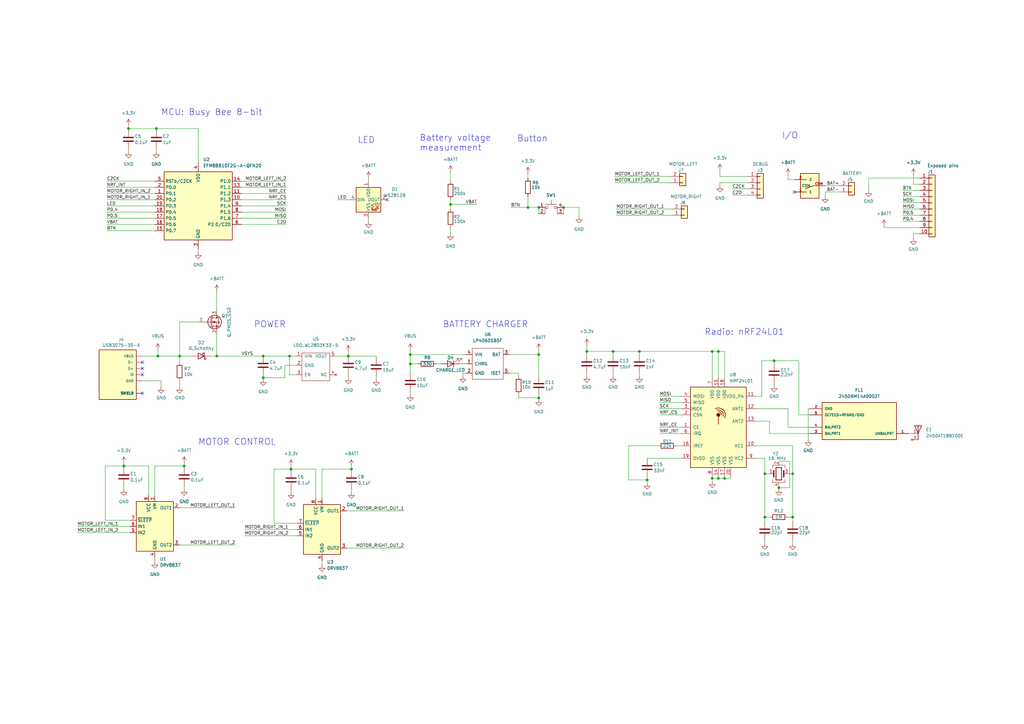
<source format=kicad_sch>
(kicad_sch (version 20211123) (generator eeschema)
  (paper "A3")
  (title_block (title "beeNRF") (date "2022-09-16") (rev "alfa") (company "Victor Krook"))
  (lib_symbols
    (symbol "Connector_Generic:Conn_01x02" (pin_names (offset 1.016) hide)
      (property "Reference" "J" (at 0 2.54 0))
      (property "Value" "Conn_01x02" (at 0 -5.08 0))
      (symbol "Conn_01x02_1_1"
        (pin passive line (at -5.08 0 0) (length 3.81) (name "Pin_1") (number "1"))
        (pin passive line (at -5.08 -2.54 0) (length 3.81) (name "Pin_2") (number "2"))
      )
    )
    (symbol "Connector_Generic:Conn_01x04" (pin_names (offset 1.016) hide)
      (property "Reference" "J" (at 0 5.08 0))
      (property "Value" "Conn_01x04" (at 0 -7.62 0))
      (symbol "Conn_01x04_1_1"
        (pin passive line (at -5.08 2.54 0) (length 3.81) (name "Pin_1") (number "1"))
        (pin passive line (at -5.08 0 0) (length 3.81) (name "Pin_2") (number "2"))
        (pin passive line (at -5.08 -2.54 0) (length 3.81) (name "Pin_3") (number "3"))
        (pin passive line (at -5.08 -5.08 0) (length 3.81) (name "Pin_4") (number "4"))
      )
    )
    (symbol "Connector_Generic:Conn_01x10" (pin_names (offset 1.016) hide)
      (property "Reference" "J" (at 0 12.7 0))
      (property "Value" "Conn_01x10" (at 0 -15.24 0))
      (symbol "Conn_01x10_1_1"
        (pin passive line (at -5.08 10.16 0) (length 3.81) (name "Pin_1") (number "1"))
        (pin passive line (at -5.08 -12.7 0) (length 3.81) (name "Pin_10") (number "10"))
        (pin passive line (at -5.08 7.62 0) (length 3.81) (name "Pin_2") (number "2"))
        (pin passive line (at -5.08 5.08 0) (length 3.81) (name "Pin_3") (number "3"))
        (pin passive line (at -5.08 2.54 0) (length 3.81) (name "Pin_4") (number "4"))
        (pin passive line (at -5.08 0 0) (length 3.81) (name "Pin_5") (number "5"))
        (pin passive line (at -5.08 -2.54 0) (length 3.81) (name "Pin_6") (number "6"))
        (pin passive line (at -5.08 -5.08 0) (length 3.81) (name "Pin_7") (number "7"))
        (pin passive line (at -5.08 -7.62 0) (length 3.81) (name "Pin_8") (number "8"))
        (pin passive line (at -5.08 -10.16 0) (length 3.81) (name "Pin_9") (number "9"))
      )
    )
    (symbol "Custom2:2450AT18B100E" (pin_names (offset 1.016) hide)
      (property "Reference" "E" (at 2.032 0.762 0))
      (property "Value" "2450AT18B100E" (at 2.159 -1.016 0))
      (symbol "2450AT18B100E_0_0"
        (pin passive line (at -2.54 0 0) (length 2.54) (name "~") (number "1"))
        (pin no_connect line (at -2.54 -2.54 0) (length 2.54) (name "~") (number "2"))
      )
    )
    (symbol "Custom2:2450BM14A0002T" (pin_names (offset 1.016))
      (property "Reference" "FL" (at -15.2654 8.6614 0))
      (property "Value" "2450BM14A0002T" (at -15.5194 -10.9728 0))
      (symbol "2450BM14A0002T_0_0"
        (pin passive line (at -20.32 5.08 0) (length 5.08) (name "UNBALPRT") (number "1"))
        (pin power_in line (at 20.32 -5.08 180) (length 5.08) (name "GND") (number "2"))
        (pin passive line (at 20.32 5.08 180) (length 5.08) (name "BALPRT1") (number "3"))
        (pin passive line (at 20.32 2.54 180) (length 5.08) (name "BALPRT2") (number "4"))
        (pin power_in line (at 20.32 -2.54 180) (length 5.08) (name "DCFEED+RFGND/GND") (number "5"))
      )
    )
    (symbol "Custom:LDO_WL2803K33-5" (pin_names (offset 1.016))
      (property "Reference" "U" (at 0 0 0))
      (property "Value" "LDO_WL2803K33-5" (at 0 2.54 0))
      (symbol "LDO_WL2803K33-5_1_1"
        (pin input line (at -8.89 -3.81 0) (length 2.54) (name "VIN") (number "1"))
        (pin bidirectional line (at -8.89 -7.62 0) (length 2.54) (name "GND") (number "2"))
        (pin bidirectional line (at -8.89 -11.43 0) (length 2.54) (name "EN") (number "3"))
        (pin no_connect line (at 7.62 -11.43 180) (length 2.54) (name "NC") (number "4"))
        (pin output line (at 7.62 -3.81 180) (length 2.54) (name "VOUT") (number "5"))
      )
    )
    (symbol "Custom:LP4060SB5F" (pin_names (offset 1.016))
      (property "Reference" "U" (at 0 0 0))
      (property "Value" "LP4060SB5F" (at 0 0 0))
      (symbol "LP4060SB5F_1_1"
        (pin input line (at -8.89 -7.62 0) (length 2.54) (name "CHRG") (number "1"))
        (pin input line (at -8.89 -11.43 0) (length 2.54) (name "GND") (number "2"))
        (pin bidirectional line (at 8.89 -3.81 180) (length 2.54) (name "BAT") (number "3"))
        (pin input line (at -8.89 -3.81 0) (length 2.54) (name "VIN") (number "4"))
        (pin bidirectional line (at 8.89 -11.43 180) (length 2.54) (name "ISET") (number "5"))
      )
    )
    (symbol "Custom:SK12D07VG4" (pin_names (offset 1.016))
      (symbol "SK12D07VG4_0_0"
        (pin bidirectional line (at -2.54 7.62 270) (length 5.08) (name "1") (number "1"))
        (pin bidirectional line (at 2.54 7.62 270) (length 5.08) (name "2") (number "2"))
        (pin bidirectional line (at 0 -5.08 90) (length 5.08) (name "COM") (number "COM"))
      )
    )
    (symbol "Device:C" (pin_numbers hide) (pin_names (offset 0.254))
      (property "Reference" "C" (at 0.635 2.54 0))
      (property "Value" "C" (at 0.635 -2.54 0))
      (symbol "C_1_1"
        (pin passive line (at 0 3.81 270) (length 2.794) (name "~") (number "1"))
        (pin passive line (at 0 -3.81 90) (length 2.794) (name "~") (number "2"))
      )
    )
    (symbol "Device:Crystal_GND24" (pin_names (offset 1.016) hide)
      (property "Reference" "Y" (at 3.175 5.08 0))
      (property "Value" "Crystal_GND24" (at 3.175 3.175 0))
      (symbol "Crystal_GND24_1_1"
        (pin passive line (at -3.81 0 0) (length 1.27) (name "1") (number "1"))
        (pin passive line (at 0 5.08 270) (length 1.27) (name "2") (number "2"))
        (pin passive line (at 3.81 0 180) (length 1.27) (name "3") (number "3"))
        (pin passive line (at 0 -5.08 90) (length 1.27) (name "4") (number "4"))
      )
    )
    (symbol "Device:D_Schottky" (pin_numbers hide) (pin_names (offset 1.016) hide)
      (property "Reference" "D" (at 0 2.54 0))
      (property "Value" "D_Schottky" (at 0 -2.54 0))
      (symbol "D_Schottky_1_1"
        (pin passive line (at -3.81 0 0) (length 2.54) (name "K") (number "1"))
        (pin passive line (at 3.81 0 180) (length 2.54) (name "A") (number "2"))
      )
    )
    (symbol "Device:LED" (pin_numbers hide) (pin_names (offset 1.016) hide)
      (property "Reference" "D" (at 0 2.54 0))
      (property "Value" "LED" (at 0 -2.54 0))
      (symbol "LED_1_1"
        (pin passive line (at -3.81 0 0) (length 2.54) (name "K") (number "1"))
        (pin passive line (at 3.81 0 180) (length 2.54) (name "A") (number "2"))
      )
    )
    (symbol "Device:Q_PMOS_GSD" (pin_names (offset 0) hide)
      (property "Reference" "Q" (at 5.08 1.27 0))
      (property "Value" "Q_PMOS_GSD" (at 5.08 -1.27 0))
      (symbol "Q_PMOS_GSD_1_1"
        (pin input line (at -5.08 0 0) (length 2.54) (name "G") (number "1"))
        (pin passive line (at 2.54 -5.08 90) (length 2.54) (name "S") (number "2"))
        (pin passive line (at 2.54 5.08 270) (length 2.54) (name "D") (number "3"))
      )
    )
    (symbol "Device:R" (pin_numbers hide) (pin_names (offset 0))
      (property "Reference" "R" (at 2.032 0 90))
      (property "Value" "R" (at 0 0 90))
      (symbol "R_1_1"
        (pin passive line (at 0 3.81 270) (length 1.27) (name "~") (number "1"))
        (pin passive line (at 0 -3.81 90) (length 1.27) (name "~") (number "2"))
      )
    )
    (symbol "Driver_Motor:DRV8837"
      (property "Reference" "U" (at 6.35 11.43 0))
      (property "Value" "DRV8837" (at -10.16 11.43 0))
      (symbol "DRV8837_1_1"
        (pin power_in line (at 0 12.7 270) (length 2.54) (name "VM") (number "1"))
        (pin output line (at 10.16 7.62 180) (length 2.54) (name "OUT1") (number "2"))
        (pin output line (at 10.16 -7.62 180) (length 2.54) (name "OUT2") (number "3"))
        (pin power_in line (at 0 -12.7 90) (length 2.54) (name "GND") (number "4"))
        (pin input line (at -10.16 -2.54 0) (length 2.54) (name "IN2") (number "5"))
        (pin input line (at -10.16 0 0) (length 2.54) (name "IN1") (number "6"))
        (pin input line (at -10.16 2.54 0) (length 2.54) (name "~{SLEEP}") (number "7"))
        (pin power_in line (at -2.54 12.7 270) (length 2.54) (name "VCC") (number "8"))
        (pin passive line (at 0 -12.7 90) (length 2.54) hide (name "GND") (number "9"))
      )
    )
    (symbol "LED:WS2812B" (pin_names (offset 0.254))
      (property "Reference" "D" (at 5.08 5.715 0))
      (property "Value" "WS2812B" (at 1.27 -5.715 0))
      (symbol "WS2812B_0_0"
        (text "RGB" (at 2.286 -4.191 0) (effects (font (size 0.762 0.762))))
      )
      (symbol "WS2812B_1_1"
        (pin power_in line (at 0 7.62 270) (length 2.54) (name "VDD") (number "1"))
        (pin output line (at 7.62 0 180) (length 2.54) (name "DOUT") (number "2"))
        (pin power_in line (at 0 -7.62 90) (length 2.54) (name "VSS") (number "3"))
        (pin input line (at -7.62 0 0) (length 2.54) (name "DIN") (number "4"))
      )
    )
    (symbol "MCU_SiliconLabs:EFM8BB10F2G-A-QFN20"
      (property "Reference" "U" (at -13.97 15.24 0))
      (property "Value" "EFM8BB10F2G-A-QFN20" (at 1.27 15.24 0))
      (symbol "EFM8BB10F2G-A-QFN20_0_1"
        (pin bidirectional line (at -17.78 5.08 0) (length 3.81) (name "P0.1") (number "1"))
        (pin bidirectional line (at 17.78 2.54 180) (length 3.81) (name "P1.3") (number "10"))
        (pin bidirectional line (at 17.78 5.08 180) (length 3.81) (name "P1.2") (number "11"))
        (pin passive line (at 0 -17.78 90) (length 3.81) hide (name "GND") (number "12"))
        (pin bidirectional line (at 17.78 7.62 180) (length 3.81) (name "P1.1") (number "13"))
        (pin bidirectional line (at 17.78 10.16 180) (length 3.81) (name "P1.0") (number "14"))
        (pin bidirectional line (at -17.78 -10.16 0) (length 3.81) (name "P0.7") (number "15"))
        (pin bidirectional line (at -17.78 -7.62 0) (length 3.81) (name "P0.6") (number "16"))
        (pin bidirectional line (at -17.78 -5.08 0) (length 3.81) (name "P0.5") (number "17"))
        (pin bidirectional line (at -17.78 -2.54 0) (length 3.81) (name "P0.4") (number "18"))
        (pin bidirectional line (at -17.78 0 0) (length 3.81) (name "P0.3") (number "19"))
        (pin bidirectional line (at -17.78 7.62 0) (length 3.81) (name "P0.0") (number "2"))
        (pin bidirectional line (at -17.78 2.54 0) (length 3.81) (name "P0.2") (number "20"))
        (pin passive line (at 0 -17.78 90) (length 3.81) hide (name "GND") (number "21"))
        (pin power_in line (at 0 -17.78 90) (length 3.81) (name "GND") (number "3"))
        (pin power_in line (at 0 17.78 270) (length 3.81) (name "VDD") (number "4"))
        (pin input line (at -17.78 10.16 0) (length 3.81) (name "RSTb/C2CK") (number "5"))
        (pin bidirectional line (at 17.78 -7.62 180) (length 3.81) (name "P2.0/C2D") (number "6"))
        (pin bidirectional line (at 17.78 -5.08 180) (length 3.81) (name "P1.6") (number "7"))
        (pin bidirectional line (at 17.78 -2.54 180) (length 3.81) (name "P1.5") (number "8"))
        (pin bidirectional line (at 17.78 0 180) (length 3.81) (name "P1.4") (number "9"))
      )
    )
    (symbol "RF:NRF24L01" (pin_names (offset 1.016))
      (property "Reference" "U" (at -11.43 17.78 0))
      (property "Value" "NRF24L01" (at 5.08 17.78 0))
      (symbol "NRF24L01_1_1"
        (pin input line (at -15.24 0 0) (length 3.81) (name "CE") (number "1"))
        (pin passive line (at 15.24 -7.62 180) (length 3.81) (name "XC1") (number "10"))
        (pin power_out line (at 15.24 12.7 180) (length 3.81) (name "VDD_PA") (number "11"))
        (pin passive line (at 15.24 7.62 180) (length 3.81) (name "ANT1") (number "12"))
        (pin passive line (at 15.24 2.54 180) (length 3.81) (name "ANT2") (number "13"))
        (pin power_in line (at 0 -20.32 90) (length 3.81) (name "VSS") (number "14"))
        (pin power_in line (at 0 20.32 270) (length 3.81) (name "VDD") (number "15"))
        (pin passive line (at -15.24 -7.62 0) (length 3.81) (name "IREF") (number "16"))
        (pin power_in line (at 2.54 -20.32 90) (length 3.81) (name "VSS") (number "17"))
        (pin power_in line (at 2.54 20.32 270) (length 3.81) (name "VDD") (number "18"))
        (pin power_out line (at -15.24 -12.7 0) (length 3.81) (name "DVDD") (number "19"))
        (pin input line (at -15.24 5.08 0) (length 3.81) (name "CSN") (number "2"))
        (pin power_in line (at 5.08 -20.32 90) (length 3.81) (name "VSS") (number "20"))
        (pin input clock (at -15.24 7.62 0) (length 3.81) (name "SCK") (number "3"))
        (pin input line (at -15.24 12.7 0) (length 3.81) (name "MOSI") (number "4"))
        (pin output line (at -15.24 10.16 0) (length 3.81) (name "MISO") (number "5"))
        (pin output line (at -15.24 -2.54 0) (length 3.81) (name "IRQ") (number "6"))
        (pin power_in line (at -2.54 20.32 270) (length 3.81) (name "VDD") (number "7"))
        (pin power_in line (at -2.54 -20.32 90) (length 3.81) (name "VSS") (number "8"))
        (pin passive line (at 15.24 -12.7 180) (length 3.81) (name "XC2") (number "9"))
      )
    )
    (symbol "Switch:SW_MEC_5E" (pin_names (offset 1.016) hide)
      (property "Reference" "SW" (at 0.635 5.715 0))
      (property "Value" "SW_MEC_5E" (at 0 -3.175 0))
      (symbol "SW_MEC_5E_0_1"
        (pin passive line (at -5.08 2.54 0) (length 2.54) (name "1") (number "1"))
        (pin passive line (at -5.08 0 0) (length 2.54) (name "2") (number "2"))
        (pin passive line (at 5.08 0 180) (length 2.54) (name "K") (number "3"))
        (pin passive line (at 5.08 2.54 180) (length 2.54) (name "A") (number "4"))
      )
    )
    (symbol "power:+3.3V" (power) (pin_names (offset 0))
      (property "Value" "+3.3V" (at 0 3.556 0))
      (symbol "+3.3V_1_1"
        (pin power_in line (at 0 0 90) (length 0) hide (name "+3.3V") (number "1"))
      )
    )
    (symbol "power:+BATT" (power) (pin_names (offset 0))
      (property "Value" "+BATT" (at 0 3.556 0))
      (symbol "+BATT_1_1"
        (pin power_in line (at 0 0 90) (length 0) hide (name "+BATT") (number "1"))
      )
    )
    (symbol "power:GND" (power) (pin_names (offset 0))
      (property "Value" "GND" (at 0 -3.81 0))
      (symbol "GND_1_1"
        (pin power_in line (at 0 0 270) (length 0) hide (name "GND") (number "1"))
      )
    )
    (symbol "power:VBUS" (power) (pin_names (offset 0))
      (property "Value" "VBUS" (at 0 3.81 0))
      (symbol "VBUS_1_1"
        (pin power_in line (at 0 0 90) (length 0) hide (name "VBUS") (number "1"))
      )
    )
    (symbol "tradfri-rescue:USB3075-30-A-Custom_Symbols" (pin_numbers hide) (pin_names (offset 1.016))
      (property "Reference" "J" (at -7.6454 10.7188 0))
      (property "Value" "USB3075-30-A-Custom_Symbols" (at -7.6454 -12.7508 0))
      (symbol "USB3075-30-A-Custom_Symbols_0_0"
        (pin power_in line (at -10.16 7.62 0) (length 2.54) (name "VBUS") (number "1"))
        (pin bidirectional line (at -10.16 5.08 0) (length 2.54) (name "D-") (number "2"))
        (pin bidirectional line (at -10.16 2.54 0) (length 2.54) (name "D+") (number "3"))
        (pin bidirectional line (at -10.16 0 0) (length 2.54) (name "ID") (number "4"))
        (pin power_in line (at -10.16 -2.54 0) (length 2.54) (name "GND") (number "5"))
        (pin passive line (at -10.16 -7.62 0) (length 2.54) (name "SHIELD") (number "S1"))
        (pin passive line (at -10.16 -7.62 0) (length 2.54) (name "SHIELD") (number "S2"))
        (pin passive line (at -10.16 -7.62 0) (length 2.54) (name "SHIELD") (number "S3"))
        (pin passive line (at -10.16 -7.62 0) (length 2.54) (name "SHIELD") (number "S4"))
        (pin passive line (at -10.16 -7.62 0) (length 2.54) (name "SHIELD") (number "S5"))
        (pin passive line (at -10.16 -7.62 0) (length 2.54) (name "SHIELD") (number "S6"))
      )
    )
  )
  (junction (at 325.12 194.31))
  (junction (at 220.98 163.195))
  (junction (at 216.535 85.09))
  (junction (at 325.12 212.09))
  (junction (at 220.98 85.09))
  (junction (at 262.255 144.145))
  (junction (at 64.135 52.705))
  (junction (at 313.69 212.09))
  (junction (at 64.77 146.05))
  (junction (at 88.9 146.05))
  (junction (at 292.1 144.145))
  (junction (at 265.43 196.85))
  (junction (at 317.5 147.955))
  (junction (at 184.785 83.82))
  (junction (at 119.38 192.405))
  (junction (at 294.64 196.215))
  (junction (at 251.46 144.145))
  (junction (at 292.1 196.215))
  (junction (at 220.98 145.415))
  (junction (at 297.18 196.215))
  (junction (at 118.745 146.05))
  (junction (at 73.66 146.05))
  (junction (at 144.145 192.405))
  (junction (at 240.665 144.145))
  (junction (at 168.275 145.415))
  (junction (at 313.69 194.31))
  (junction (at 231.14 85.09))
  (junction (at 319.405 200.025))
  (junction (at 107.95 154.94))
  (junction (at 107.95 146.05))
  (junction (at 168.275 149.225))
  (junction (at 50.8 191.135))
  (junction (at 52.705 52.705))
  (junction (at 294.64 144.145))
  (junction (at 75.565 191.135))
  (junction (at 142.875 146.05))
  (no_connect (at 58.42 161.29))
  (no_connect (at 58.42 151.13))
  (no_connect (at 58.42 153.67))
  (no_connect (at 325.755 78.74))
  (no_connect (at 58.42 148.59))
  (no_connect (at 158.75 81.915))
  (wire (pts (xy 118.745 153.67) (xy 118.745 146.05)))
  (wire (pts (xy 73.66 148.59) (xy 73.66 146.05)))
  (wire (pts (xy 295.275 76.2) (xy 295.275 74.93)))
  (wire (pts (xy 297.18 154.94) (xy 297.18 144.145)))
  (wire (pts (xy 184.785 83.82) (xy 195.58 83.82)))
  (wire (pts (xy 212.725 154.305) (xy 212.725 153.035)))
  (wire (pts (xy 99.06 86.995) (xy 117.475 86.995)))
  (wire (pts (xy 251.46 153.035) (xy 251.46 154.305)))
  (wire (pts (xy 73.66 132.08) (xy 81.28 132.08)))
  (wire (pts (xy 58.42 146.05) (xy 64.77 146.05)))
  (wire (pts (xy 188.595 149.225) (xy 191.135 149.225)))
  (wire (pts (xy 237.49 85.09) (xy 237.49 88.9)))
  (wire (pts (xy 240.665 145.415) (xy 240.665 144.145)))
  (wire (pts (xy 292.1 144.145) (xy 292.1 154.94)))
  (wire (pts (xy 313.69 212.09) (xy 313.69 194.31)))
  (wire (pts (xy 309.88 167.64) (xy 323.215 167.64)))
  (wire (pts (xy 81.28 102.235) (xy 81.28 103.505)))
  (wire (pts (xy 119.38 192.405) (xy 112.395 192.405)))
  (wire (pts (xy 220.98 163.195) (xy 220.98 163.83)))
  (wire (pts (xy 297.18 144.145) (xy 294.64 144.145)))
  (wire (pts (xy 265.43 196.85) (xy 265.43 195.58)))
  (wire (pts (xy 99.06 74.295) (xy 117.475 74.295)))
  (wire (pts (xy 315.595 172.72) (xy 315.595 177.8)))
  (wire (pts (xy 220.98 87.63) (xy 220.98 85.09)))
  (wire (pts (xy 88.9 119.38) (xy 88.9 127)))
  (wire (pts (xy 43.815 92.075) (xy 63.5 92.075)))
  (wire (pts (xy 370.205 88.265) (xy 377.19 88.265)))
  (wire (pts (xy 216.535 85.09) (xy 220.98 85.09)))
  (wire (pts (xy 377.19 75.565) (xy 374.65 75.565)))
  (wire (pts (xy 144.145 191.135) (xy 144.145 192.405)))
  (wire (pts (xy 262.255 153.035) (xy 262.255 154.305)))
  (wire (pts (xy 107.95 154.94) (xy 116.84 154.94)))
  (wire (pts (xy 297.18 195.58) (xy 297.18 196.215)))
  (wire (pts (xy 240.665 144.145) (xy 251.46 144.145)))
  (wire (pts (xy 374.65 95.885) (xy 377.19 95.885)))
  (wire (pts (xy 323.215 175.26) (xy 323.215 167.64)))
  (wire (pts (xy 323.215 212.09) (xy 325.12 212.09)))
  (wire (pts (xy 154.305 154.305) (xy 154.305 155.575)))
  (wire (pts (xy 43.815 79.375) (xy 63.5 79.375)))
  (wire (pts (xy 43.815 81.915) (xy 63.5 81.915)))
  (wire (pts (xy 270.51 177.8) (xy 279.4 177.8)))
  (wire (pts (xy 323.85 200.025) (xy 319.405 200.025)))
  (wire (pts (xy 73.66 146.05) (xy 78.74 146.05)))
  (wire (pts (xy 231.14 85.09) (xy 237.49 85.09)))
  (wire (pts (xy 275.59 88.265) (xy 252.73 88.265)))
  (wire (pts (xy 50.8 191.135) (xy 50.8 191.77)))
  (wire (pts (xy 50.8 191.135) (xy 60.96 191.135)))
  (wire (pts (xy 220.98 161.925) (xy 220.98 163.195)))
  (wire (pts (xy 189.865 154.305) (xy 189.865 153.035)))
  (wire (pts (xy 154.305 146.05) (xy 154.305 146.685)))
  (wire (pts (xy 189.865 153.035) (xy 191.135 153.035)))
  (wire (pts (xy 99.06 81.915) (xy 117.475 81.915)))
  (wire (pts (xy 374.65 71.755) (xy 374.65 75.565)))
  (wire (pts (xy 331.47 180.34) (xy 331.47 167.64)))
  (wire (pts (xy 142.875 153.67) (xy 142.875 154.94)))
  (wire (pts (xy 179.07 149.225) (xy 180.975 149.225)))
  (wire (pts (xy 99.06 84.455) (xy 117.475 84.455)))
  (wire (pts (xy 75.565 189.865) (xy 75.565 191.135)))
  (wire (pts (xy 362.585 93.345) (xy 377.19 93.345)))
  (wire (pts (xy 73.66 208.28) (xy 96.52 208.28)))
  (wire (pts (xy 220.98 145.415) (xy 208.915 145.415)))
  (wire (pts (xy 332.105 175.26) (xy 323.215 175.26)))
  (wire (pts (xy 370.205 90.805) (xy 377.19 90.805)))
  (wire (pts (xy 116.84 149.86) (xy 121.285 149.86)))
  (wire (pts (xy 50.8 191.135) (xy 43.18 191.135)))
  (wire (pts (xy 132.08 192.405) (xy 132.08 204.47)))
  (wire (pts (xy 265.43 196.85) (xy 257.81 196.85)))
  (wire (pts (xy 137.795 146.05) (xy 142.875 146.05)))
  (wire (pts (xy 313.69 222.885) (xy 313.69 221.615)))
  (wire (pts (xy 300.355 80.01) (xy 306.705 80.01)))
  (wire (pts (xy 240.665 153.035) (xy 240.665 154.305)))
  (wire (pts (xy 64.135 52.705) (xy 64.135 53.34)))
  (wire (pts (xy 100.33 217.17) (xy 121.92 217.17)))
  (wire (pts (xy 295.275 74.93) (xy 306.705 74.93)))
  (wire (pts (xy 73.66 146.05) (xy 73.66 132.08)))
  (wire (pts (xy 220.98 143.51) (xy 220.98 145.415)))
  (wire (pts (xy 231.14 87.63) (xy 231.14 85.09)))
  (wire (pts (xy 43.18 191.135) (xy 43.18 213.36)))
  (wire (pts (xy 60.96 191.135) (xy 60.96 203.2)))
  (wire (pts (xy 144.145 192.405) (xy 132.08 192.405)))
  (wire (pts (xy 356.235 73.025) (xy 356.235 78.105)))
  (wire (pts (xy 294.64 144.145) (xy 292.1 144.145)))
  (wire (pts (xy 43.815 89.535) (xy 63.5 89.535)))
  (wire (pts (xy 216.535 80.645) (xy 216.535 85.09)))
  (wire (pts (xy 240.665 141.605) (xy 240.665 144.145)))
  (wire (pts (xy 265.43 187.96) (xy 279.4 187.96)))
  (wire (pts (xy 138.43 81.915) (xy 143.51 81.915)))
  (wire (pts (xy 275.59 85.725) (xy 252.73 85.725)))
  (wire (pts (xy 306.705 72.39) (xy 295.275 72.39)))
  (wire (pts (xy 66.04 158.75) (xy 66.04 156.21)))
  (wire (pts (xy 262.255 144.145) (xy 292.1 144.145)))
  (wire (pts (xy 265.43 198.12) (xy 265.43 196.85)))
  (wire (pts (xy 325.12 212.09) (xy 325.12 213.995)))
  (wire (pts (xy 31.75 218.44) (xy 53.34 218.44)))
  (wire (pts (xy 374.65 97.79) (xy 374.65 95.885)))
  (wire (pts (xy 31.75 215.9) (xy 53.34 215.9)))
  (wire (pts (xy 50.8 199.39) (xy 50.8 200.66)))
  (wire (pts (xy 63.5 228.6) (xy 63.5 230.505)))
  (wire (pts (xy 209.55 85.09) (xy 216.535 85.09)))
  (wire (pts (xy 208.915 153.035) (xy 212.725 153.035)))
  (wire (pts (xy 372.745 177.8) (xy 374.015 177.8)))
  (wire (pts (xy 313.69 212.09) (xy 315.595 212.09)))
  (wire (pts (xy 99.06 79.375) (xy 117.475 79.375)))
  (wire (pts (xy 86.36 146.05) (xy 88.9 146.05)))
  (wire (pts (xy 168.275 143.51) (xy 168.275 145.415)))
  (wire (pts (xy 257.81 182.88) (xy 257.81 196.85)))
  (wire (pts (xy 100.33 219.71) (xy 121.92 219.71)))
  (wire (pts (xy 168.275 145.415) (xy 168.275 149.225)))
  (wire (pts (xy 338.455 78.74) (xy 344.17 78.74)))
  (wire (pts (xy 116.84 154.94) (xy 116.84 149.86)))
  (wire (pts (xy 299.72 196.215) (xy 299.72 195.58)))
  (wire (pts (xy 144.145 192.405) (xy 144.145 193.04)))
  (wire (pts (xy 274.955 74.93) (xy 252.095 74.93)))
  (wire (pts (xy 88.9 146.05) (xy 107.95 146.05)))
  (wire (pts (xy 309.88 172.72) (xy 315.595 172.72)))
  (wire (pts (xy 118.745 146.05) (xy 121.285 146.05)))
  (wire (pts (xy 119.38 192.405) (xy 129.54 192.405)))
  (wire (pts (xy 43.18 213.36) (xy 53.34 213.36)))
  (wire (pts (xy 270.51 170.18) (xy 279.4 170.18)))
  (wire (pts (xy 75.565 191.135) (xy 63.5 191.135)))
  (wire (pts (xy 99.06 89.535) (xy 117.475 89.535)))
  (wire (pts (xy 75.565 199.39) (xy 75.565 200.66)))
  (wire (pts (xy 112.395 192.405) (xy 112.395 214.63)))
  (wire (pts (xy 319.405 200.025) (xy 319.405 200.66)))
  (wire (pts (xy 107.95 146.05) (xy 118.745 146.05)))
  (wire (pts (xy 377.19 73.025) (xy 356.235 73.025)))
  (wire (pts (xy 43.815 76.835) (xy 63.5 76.835)))
  (wire (pts (xy 362.585 93.345) (xy 362.585 92.71)))
  (wire (pts (xy 370.205 85.725) (xy 377.19 85.725)))
  (wire (pts (xy 338.455 80.645) (xy 338.455 78.74)))
  (wire (pts (xy 370.205 78.105) (xy 377.19 78.105)))
  (wire (pts (xy 325.12 182.88) (xy 325.12 194.31)))
  (wire (pts (xy 216.535 71.12) (xy 216.535 73.025)))
  (wire (pts (xy 43.815 74.295) (xy 63.5 74.295)))
  (wire (pts (xy 317.5 147.955) (xy 312.42 147.955)))
  (wire (pts (xy 319.405 189.23) (xy 323.85 189.23)))
  (wire (pts (xy 168.275 160.655) (xy 168.275 161.925)))
  (wire (pts (xy 313.69 194.31) (xy 315.595 194.31)))
  (wire (pts (xy 121.285 153.67) (xy 118.745 153.67)))
  (wire (pts (xy 64.135 52.705) (xy 81.28 52.705)))
  (wire (pts (xy 64.135 60.96) (xy 64.135 62.23)))
  (wire (pts (xy 327.66 147.955) (xy 317.5 147.955)))
  (wire (pts (xy 64.77 146.05) (xy 73.66 146.05)))
  (wire (pts (xy 309.88 182.88) (xy 325.12 182.88)))
  (wire (pts (xy 323.85 189.23) (xy 323.85 200.025)))
  (wire (pts (xy 184.785 81.915) (xy 184.785 83.82)))
  (wire (pts (xy 119.38 200.66) (xy 119.38 201.93)))
  (wire (pts (xy 370.205 83.185) (xy 377.19 83.185)))
  (wire (pts (xy 262.255 145.415) (xy 262.255 144.145)))
  (wire (pts (xy 262.255 144.145) (xy 251.46 144.145)))
  (wire (pts (xy 313.69 187.96) (xy 309.88 187.96)))
  (wire (pts (xy 270.51 167.64) (xy 279.4 167.64)))
  (wire (pts (xy 171.45 149.225) (xy 168.275 149.225)))
  (wire (pts (xy 151.13 73.025) (xy 151.13 74.295)))
  (wire (pts (xy 297.18 196.215) (xy 299.72 196.215)))
  (wire (pts (xy 294.64 154.94) (xy 294.64 144.145)))
  (wire (pts (xy 63.5 191.135) (xy 63.5 203.2)))
  (wire (pts (xy 107.95 154.94) (xy 107.95 155.575)))
  (wire (pts (xy 294.64 195.58) (xy 294.64 196.215)))
  (wire (pts (xy 184.785 93.345) (xy 184.785 95.885)))
  (wire (pts (xy 270.51 165.1) (xy 279.4 165.1)))
  (wire (pts (xy 112.395 214.63) (xy 121.92 214.63)))
  (wire (pts (xy 99.06 76.835) (xy 117.475 76.835)))
  (wire (pts (xy 323.215 73.66) (xy 325.755 73.66)))
  (wire (pts (xy 370.205 80.645) (xy 377.19 80.645)))
  (wire (pts (xy 325.12 194.31) (xy 325.12 212.09)))
  (wire (pts (xy 119.38 191.135) (xy 119.38 192.405)))
  (wire (pts (xy 168.275 149.225) (xy 168.275 153.035)))
  (wire (pts (xy 52.705 51.435) (xy 52.705 52.705)))
  (wire (pts (xy 313.69 213.995) (xy 313.69 212.09)))
  (wire (pts (xy 331.47 167.64) (xy 332.105 167.64)))
  (wire (pts (xy 168.275 145.415) (xy 191.135 145.415)))
  (wire (pts (xy 338.455 76.2) (xy 344.17 76.2)))
  (wire (pts (xy 300.355 77.47) (xy 306.705 77.47)))
  (wire (pts (xy 119.38 192.405) (xy 119.38 193.04)))
  (wire (pts (xy 144.145 200.66) (xy 144.145 201.93)))
  (wire (pts (xy 81.28 52.705) (xy 81.28 66.675)))
  (wire (pts (xy 312.42 162.56) (xy 309.88 162.56)))
  (wire (pts (xy 257.81 182.88) (xy 269.875 182.88)))
  (wire (pts (xy 75.565 191.135) (xy 75.565 191.77)))
  (wire (pts (xy 99.06 92.075) (xy 117.475 92.075)))
  (wire (pts (xy 294.64 196.215) (xy 297.18 196.215)))
  (wire (pts (xy 325.12 221.615) (xy 325.12 222.885)))
  (wire (pts (xy 220.98 145.415) (xy 220.98 154.305)))
  (wire (pts (xy 312.42 147.955) (xy 312.42 162.56)))
  (wire (pts (xy 151.13 89.535) (xy 151.13 90.805)))
  (wire (pts (xy 279.4 182.88) (xy 277.495 182.88)))
  (wire (pts (xy 274.955 72.39) (xy 252.095 72.39)))
  (wire (pts (xy 220.98 163.195) (xy 212.725 163.195)))
  (wire (pts (xy 73.66 223.52) (xy 96.52 223.52)))
  (wire (pts (xy 292.1 196.215) (xy 294.64 196.215)))
  (wire (pts (xy 73.66 158.75) (xy 73.66 156.21)))
  (wire (pts (xy 327.66 147.955) (xy 327.66 170.18)))
  (wire (pts (xy 292.1 196.215) (xy 292.1 197.485)))
  (wire (pts (xy 270.51 175.26) (xy 279.4 175.26)))
  (wire (pts (xy 43.815 94.615) (xy 63.5 94.615)))
  (wire (pts (xy 332.105 170.18) (xy 327.66 170.18)))
  (wire (pts (xy 292.1 195.58) (xy 292.1 196.215)))
  (wire (pts (xy 132.08 229.87) (xy 132.08 231.775)))
  (wire (pts (xy 50.8 189.865) (xy 50.8 191.135)))
  (wire (pts (xy 142.24 209.55) (xy 165.735 209.55)))
  (wire (pts (xy 142.875 146.05) (xy 142.875 144.145)))
  (wire (pts (xy 319.405 199.39) (xy 319.405 200.025)))
  (wire (pts (xy 317.5 147.955) (xy 317.5 149.225)))
  (wire (pts (xy 43.815 86.995) (xy 63.5 86.995)))
  (wire (pts (xy 142.875 146.05) (xy 154.305 146.05)))
  (wire (pts (xy 52.705 52.705) (xy 64.135 52.705)))
  (wire (pts (xy 323.215 71.755) (xy 323.215 73.66)))
  (wire (pts (xy 129.54 192.405) (xy 129.54 204.47)))
  (wire (pts (xy 270.51 162.56) (xy 279.4 162.56)))
  (wire (pts (xy 66.04 156.21) (xy 58.42 156.21)))
  (wire (pts (xy 323.215 194.31) (xy 325.12 194.31)))
  (wire (pts (xy 251.46 144.145) (xy 251.46 145.415)))
  (wire (pts (xy 317.5 156.845) (xy 317.5 158.115)))
  (wire (pts (xy 107.95 153.67) (xy 107.95 154.94)))
  (wire (pts (xy 88.9 137.16) (xy 88.9 146.05)))
  (wire (pts (xy 313.69 194.31) (xy 313.69 187.96)))
  (wire (pts (xy 184.785 83.82) (xy 184.785 85.725)))
  (wire (pts (xy 142.24 224.79) (xy 165.735 224.79)))
  (wire (pts (xy 52.705 52.705) (xy 52.705 53.34)))
  (wire (pts (xy 212.725 163.195) (xy 212.725 161.925)))
  (wire (pts (xy 295.275 72.39) (xy 295.275 69.85)))
  (wire (pts (xy 184.785 70.485) (xy 184.785 74.295)))
  (wire (pts (xy 64.77 143.51) (xy 64.77 146.05)))
  (wire (pts (xy 52.705 60.96) (xy 52.705 62.23)))
  (wire (pts (xy 332.105 177.8) (xy 315.595 177.8)))
  (wire (pts (xy 43.815 84.455) (xy 63.5 84.455)))
  (text "Battery voltage\nmeasurement" (at 172.085 62.23 0) (effects (font (size 2.54 2.54)) (justify left bottom)))
  (text "BATTERY CHARGER" (at 181.61 134.62 0) (effects (font (size 2.54 2.54)) (justify left bottom)))
  (text "I/O" (at 320.675 57.15 0) (effects (font (size 2.54 2.54)) (justify left bottom)))
  (text "MCU: Busy Bee 8-bit" (at 66.04 47.625 0) (effects (font (size 2.54 2.54)) (justify left bottom)))
  (text "Radio: nRF24L01" (at 288.925 137.795 0) (effects (font (size 2.54 2.54)) (justify left bottom)))
  (text "MOTOR CONTROL" (at 81.28 182.88 0) (effects (font (size 2.54 2.54)) (justify left bottom)))
  (text "LED" (at 146.685 59.055 0) (effects (font (size 2.54 2.54)) (justify left bottom)))
  (text "POWER" (at 104.14 134.62 0) (effects (font (size 2.54 2.54)) (justify left bottom)))
  (text "Button" (at 212.09 58.42 0) (effects (font (size 2.54 2.54)) (justify left bottom)))
  (label "BTN" (at 43.815 94.615 0))
  (label "P0.5" (at 370.205 88.265 0))
  (label "C2CK" (at 300.355 77.47 0))
  (label "VBAT" (at 195.58 83.82 180))
  (label "LED" (at 43.815 84.455 0))
  (label "MOTOR_LEFT_IN_1" (at 117.475 76.835 180))
  (label "P0.4" (at 43.815 86.995 0))
  (label "C2CK" (at 43.815 74.295 0))
  (label "MOSI" (at 370.205 83.185 0))
  (label "MOTOR_RIGHT_IN_1" (at 43.815 81.915 0))
  (label "BTN" (at 370.205 78.105 0))
  (label "MOTOR_LEFT_OUT_1" (at 96.52 208.28 180))
  (label "MOSI" (at 270.51 162.56 0))
  (label "MOTOR_LEFT_OUT_2" (at 96.52 223.52 180))
  (label "NRF_CE" (at 270.51 175.26 0))
  (label "NRF_INT" (at 43.815 76.835 0))
  (label "NRF_INT" (at 270.51 177.8 0))
  (label "MOTOR_LEFT_IN_1" (at 31.75 215.9 0))
  (label "MOTOR_LEFT_IN_2" (at 117.475 74.295 180))
  (label "MISO" (at 370.205 85.725 0))
  (label "MOTOR_RIGHT_OUT_1" (at 165.735 209.55 180))
  (label "MOTOR_RIGHT_IN_2" (at 43.815 79.375 0))
  (label "BAT-" (at 339.09 78.74 0))
  (label "P0.4" (at 370.205 90.805 0))
  (label "MISO" (at 117.475 89.535 180))
  (label "MOSI" (at 117.475 86.995 180))
  (label "BTN" (at 209.55 85.09 0))
  (label "MOTOR_RIGHT_OUT_2" (at 252.73 88.265 0))
  (label "SCK" (at 370.205 80.645 0))
  (label "MOTOR_RIGHT_IN_2" (at 100.33 219.71 0))
  (label "MOTOR_RIGHT_OUT_2" (at 165.735 224.79 180))
  (label "MOTOR_RIGHT_IN_1" (at 100.33 217.17 0))
  (label "VBAT" (at 43.815 92.075 0))
  (label "MOTOR_LEFT_IN_2" (at 31.75 218.44 0))
  (label "BAT+" (at 339.09 76.2 0))
  (label "VSYS" (at 99.06 146.05 0))
  (label "MOTOR_LEFT_OUT_1" (at 252.095 72.39 0))
  (label "P0.5" (at 43.815 89.535 0))
  (label "SCK" (at 117.475 84.455 180))
  (label "MOTOR_LEFT_OUT_2" (at 252.095 74.93 0))
  (label "SCK" (at 270.51 167.64 0))
  (label "C2D" (at 117.475 92.075 180))
  (label "NRF_CS" (at 270.51 170.18 0))
  (label "C2D" (at 300.355 80.01 0))
  (label "MOTOR_RIGHT_OUT_1" (at 252.73 85.725 0))
  (label "NRF_CS" (at 117.475 81.915 180))
  (label "LED" (at 138.43 81.915 0))
  (label "MISO" (at 270.51 165.1 0))
  (label "NRF_CE" (at 117.475 79.375 180))
  (symbol (lib_id "power:GND") (at 356.235 78.105 0) (unit 1)
    (property "Reference" "#PWR0126" (effects hide))
    (property "Value" "GND" (at 356.235 82.55 0))
  )
  (symbol (lib_id "power:GND") (at 374.65 97.79 0) (unit 1)
    (property "Reference" "#PWR0125" (effects hide))
    (property "Value" "GND" (at 374.65 102.235 0))
  )
  (symbol (lib_id "power:+3.3V") (at 216.535 71.12 0) (unit 1)
    (property "Reference" "#PWR0128" (effects hide))
    (property "Value" "+3.3V" (at 216.535 66.04 0))
  )
  (symbol (lib_id "power:GND") (at 50.8 200.66 0) (unit 1)
    (property "Reference" "#PWR0104" (effects hide))
    (property "Value" "GND" (at 50.8 205.74 0))
  )
  (symbol (lib_id "Connector_Generic:Conn_01x02") (at 280.035 74.93 0) (mirror x) (unit 1)
    (property "Reference" "J7" (at 278.13 69.85 0) (effects (justify left)))
    (property "Value" "MOTOR_LEFT" (at 274.32 67.31 0) (effects (justify left)))
    (property "Footprint" "Custom:Conn_01x02_VBAT" (effects hide))
  )
  (symbol (lib_id "power:GND") (at 313.69 222.885 0) (unit 1)
    (property "Reference" "#PWR0143" (effects hide))
    (property "Value" "GND" (at 313.69 227.33 0))
  )
  (symbol (lib_id "Device:C") (at 64.135 57.15 0) (unit 1)
    (property "Reference" "C2" (at 66.675 55.88 0) (effects (justify left)))
    (property "Value" "1uF" (at 66.675 58.42 0) (effects (justify left)))
    (property "Footprint" "Capacitor_SMD:C_0402_1005Metric" (effects hide))
  )
  (symbol (lib_id "power:GND") (at 168.275 161.925 0) (unit 1)
    (property "Reference" "#PWR0139" (effects hide))
    (property "Value" "GND" (at 168.275 167.005 0))
  )
  (symbol (lib_id "power:+3.3V") (at 50.8 189.865 0) (unit 1)
    (property "Reference" "#PWR0106" (effects hide))
    (property "Value" "+3.3V" (at 50.8 184.785 0))
  )
  (symbol (lib_id "Device:C") (at 262.255 149.225 0) (unit 1)
    (property "Reference" "C14" (at 264.795 147.955 0) (effects (justify left)))
    (property "Value" "1nF" (at 264.795 150.495 0) (effects (justify left)))
    (property "Footprint" "Capacitor_SMD:C_0402_1005Metric" (effects hide))
  )
  (symbol (lib_id "power:GND") (at 73.66 158.75 0) (unit 1)
    (property "Reference" "#PWR0101" (effects hide))
    (property "Value" "GND" (at 73.787 163.1442 0))
  )
  (symbol (lib_id "power:+3.3V") (at 295.275 69.85 0) (unit 1)
    (property "Reference" "#PWR0107" (effects hide))
    (property "Value" "+3.3V" (at 295.275 64.77 0))
  )
  (symbol (lib_id "power:GND") (at 144.145 201.93 0) (unit 1)
    (property "Reference" "#PWR0130" (effects hide))
    (property "Value" "GND" (at 144.145 207.01 0))
  )
  (symbol (lib_id "power:GND") (at 81.28 103.505 0) (unit 1)
    (property "Reference" "#PWR0121" (effects hide))
    (property "Value" "GND" (at 81.28 108.585 0))
  )
  (symbol (lib_id "power:VBUS") (at 64.77 143.51 0) (unit 1)
    (property "Reference" "#PWR0109" (effects hide))
    (property "Value" "VBUS" (at 64.77 137.795 0))
  )
  (symbol (lib_id "Device:Crystal_GND24") (at 319.405 194.31 0) (unit 1)
    (property "Reference" "Y2" (at 318.135 186.055 0))
    (property "Value" "16 MHz" (at 318.77 187.96 0))
    (property "Footprint" "Crystal:Crystal_SMD_2520-4Pin_2.5x2.0mm" (effects hide))
  )
  (symbol (lib_id "LED:WS2812B") (at 151.13 81.915 0) (unit 1)
    (property "Reference" "D1" (at 161.925 77.5843 0))
    (property "Value" "WS2812B" (at 161.925 80.1243 0))
    (property "Footprint" "LED_SMD:LED_WS2812B_PLCC4_5.0x5.0mm_P3.2mm" (effects hide))
    (property "Datasheet" "https://cdn-shop.adafruit.com/datasheets/WS2812B.pdf" (effects hide))
  )
  (symbol (lib_id "power:GND") (at 154.305 155.575 0) (unit 1)
    (property "Reference" "#PWR0124" (effects hide))
    (property "Value" "GND" (at 154.305 160.02 0))
  )
  (symbol (lib_id "Device:Q_PMOS_GSD") (at 86.36 132.08 0) (unit 1)
    (property "Reference" "Q1" (at 90.805 129.54 0) (effects (justify left)))
    (property "Value" "Q_PMOS_GSD" (at 93.98 138.43 90) (effects (justify left)))
    (property "Footprint" "Package_TO_SOT_SMD:SOT-23" (effects hide))
  )
  (symbol (lib_id "Device:C") (at 142.875 149.86 0) (unit 1)
    (property "Reference" "C9" (at 145.415 148.59 0) (effects (justify left)))
    (property "Value" "4.7uF" (at 145.415 151.13 0) (effects (justify left)))
    (property "Footprint" "Capacitor_SMD:C_0402_1005Metric" (effects hide))
  )
  (symbol (lib_id "power:GND") (at 63.5 230.505 0) (unit 1)
    (property "Reference" "#PWR0105" (effects hide))
    (property "Value" "GND" (at 63.5 235.585 0))
  )
  (symbol (lib_id "power:GND") (at 237.49 88.9 0) (unit 1)
    (property "Reference" "#PWR0127" (effects hide))
    (property "Value" "GND" (at 237.49 93.98 0))
  )
  (symbol (lib_id "Device:C") (at 325.12 217.805 0) (unit 1)
    (property "Reference" "C18" (at 327.66 216.535 0) (effects (justify left)))
    (property "Value" "22pF" (at 327.66 218.44 0) (effects (justify left)))
    (property "Footprint" "Capacitor_SMD:C_0402_1005Metric" (effects hide))
  )
  (symbol (lib_id "Device:R") (at 319.405 212.09 90) (unit 1)
    (property "Reference" "R12" (at 319.405 209.55 90))
    (property "Value" "1M" (at 319.405 212.09 90))
    (property "Footprint" "Resistor_SMD:R_0402_1005Metric" (effects hide))
  )
  (symbol (lib_id "Device:C") (at 240.665 149.225 0) (unit 1)
    (property "Reference" "C12" (at 243.205 147.955 0) (effects (justify left)))
    (property "Value" "4.7uF" (at 243.205 150.495 0) (effects (justify left)))
    (property "Footprint" "Capacitor_SMD:C_0402_1005Metric" (effects hide))
  )
  (symbol (lib_id "Device:C") (at 220.98 158.115 0) (unit 1)
    (property "Reference" "C11" (at 223.52 156.845 0) (effects (justify left)))
    (property "Value" "1uF" (at 223.52 159.385 0) (effects (justify left)))
    (property "Footprint" "Capacitor_SMD:C_0402_1005Metric" (effects hide))
  )
  (symbol (lib_id "power:GND") (at 184.785 95.885 0) (unit 1)
    (property "Reference" "#PWR0112" (effects hide))
    (property "Value" "GND" (at 184.785 100.965 0))
  )
  (symbol (lib_id "power:+3.3V") (at 374.65 71.755 0) (unit 1)
    (property "Reference" "#PWR0138" (effects hide))
    (property "Value" "+3.3V" (at 374.65 66.675 0))
  )
  (symbol (lib_id "power:GND") (at 240.665 154.305 0) (unit 1)
    (property "Reference" "#PWR0148" (effects hide))
    (property "Value" "GND" (at 240.665 158.75 0))
  )
  (symbol (lib_id "power:+BATT") (at 75.565 189.865 0) (unit 1)
    (property "Reference" "#PWR0103" (effects hide))
    (property "Value" "+BATT" (at 75.565 184.785 0))
  )
  (symbol (lib_id "Device:R") (at 273.685 182.88 90) (unit 1)
    (property "Reference" "R11" (at 273.685 180.975 90))
    (property "Value" "22k" (at 273.685 182.88 90))
    (property "Footprint" "Resistor_SMD:R_0402_1005Metric" (effects hide))
  )
  (symbol (lib_id "power:GND") (at 66.04 158.75 0) (unit 1)
    (property "Reference" "#PWR0102" (effects hide))
    (property "Value" "GND" (at 66.167 163.1442 0))
  )
  (symbol (lib_id "Device:R") (at 212.725 158.115 180) (unit 1)
    (property "Reference" "R10" (at 213.995 156.845 0) (effects (justify right)))
    (property "Value" "10k" (at 213.995 158.75 0) (effects (justify right)))
    (property "Footprint" "Resistor_SMD:R_0402_1005Metric" (effects hide))
  )
  (symbol (lib_id "power:+BATT") (at 323.215 71.755 0) (unit 1)
    (property "Reference" "#PWR0123" (effects hide))
    (property "Value" "+BATT" (at 323.215 66.675 0))
  )
  (symbol (lib_id "Connector_Generic:Conn_01x04") (at 311.785 74.93 0) (unit 1)
    (property "Reference" "J3" (at 310.515 69.85 0) (effects (justify left)))
    (property "Value" "DEBUG" (at 308.61 67.31 0) (effects (justify left)))
    (property "Footprint" "Custom:JST_SH_SM04B-SRSS-TB_1x04-1MP_P1.00mm_Horizontal_No_silk" (effects hide))
  )
  (symbol (lib_id "power:GND") (at 251.46 154.305 0) (unit 1)
    (property "Reference" "#PWR0147" (effects hide))
    (property "Value" "GND" (at 251.46 158.75 0))
  )
  (symbol (lib_id "Device:R") (at 73.66 152.4 0) (unit 1)
    (property "Reference" "R7" (at 75.438 151.2316 0) (effects (justify left)))
    (property "Value" "10k" (at 75.438 153.543 0) (effects (justify left)))
    (property "Footprint" "Resistor_SMD:R_0402_1005Metric" (effects hide))
  )
  (symbol (lib_id "power:GND") (at 119.38 201.93 0) (unit 1)
    (property "Reference" "#PWR0116" (effects hide))
    (property "Value" "GND" (at 119.38 207.01 0))
  )
  (symbol (lib_id "power:+3.3V") (at 52.705 51.435 0) (unit 1)
    (property "Reference" "#PWR0133" (effects hide))
    (property "Value" "+3.3V" (at 52.705 46.355 0))
  )
  (symbol (lib_id "power:GND") (at 292.1 197.485 0) (unit 1)
    (property "Reference" "#PWR0144" (effects hide))
    (property "Value" "GND" (at 292.1 201.93 0))
  )
  (symbol (lib_id "Device:C") (at 75.565 195.58 0) (unit 1)
    (property "Reference" "C3" (at 78.105 194.31 0) (effects (justify left)))
    (property "Value" "0.1uF" (at 78.105 196.85 0) (effects (justify left)))
    (property "Footprint" "Capacitor_SMD:C_0402_1005Metric" (effects hide))
  )
  (symbol (lib_id "Custom:LP4060SB5F") (at 200.025 141.605 0) (unit 1)
    (property "Reference" "U6" (at 200.025 137.16 0))
    (property "Value" "LP4060SB5F" (at 200.025 139.7 0))
    (property "Footprint" "Package_TO_SOT_SMD:SOT-23-5" (effects hide))
  )
  (symbol (lib_id "power:GND") (at 262.255 154.305 0) (unit 1)
    (property "Reference" "#PWR0145" (effects hide))
    (property "Value" "GND" (at 262.255 158.75 0))
  )
  (symbol (lib_id "Device:C") (at 317.5 153.035 0) (unit 1)
    (property "Reference" "C17" (at 320.04 151.765 0) (effects (justify left)))
    (property "Value" "2.2nF" (at 320.04 153.67 0) (effects (justify left)))
    (property "Footprint" "Capacitor_SMD:C_0402_1005Metric" (effects hide))
  )
  (symbol (lib_id "Connector_Generic:Conn_01x02") (at 349.25 78.74 0) (mirror x) (unit 1)
    (property "Reference" "J5" (at 347.345 73.66 0) (effects (justify left)))
    (property "Value" "BATTERY" (at 345.44 71.12 0) (effects (justify left)))
    (property "Footprint" "Custom:Conn_01x02_VBAT" (effects hide))
  )
  (symbol (lib_id "Device:D_Schottky") (at 82.55 146.05 180) (unit 1)
    (property "Reference" "D2" (at 82.55 140.5382 0))
    (property "Value" "D_Schottky" (at 82.55 142.8496 0))
    (property "Footprint" "Diode_SMD:D_SOD-123" (effects hide))
  )
  (symbol (lib_id "power:GND") (at 64.135 62.23 0) (unit 1)
    (property "Reference" "#PWR0134" (effects hide))
    (property "Value" "GND" (at 64.135 67.31 0))
  )
  (symbol (lib_id "Device:C") (at 265.43 191.77 0) (unit 1)
    (property "Reference" "C15" (at 267.97 190.5 0) (effects (justify left)))
    (property "Value" "33nF" (at 267.97 193.04 0) (effects (justify left)))
    (property "Footprint" "Capacitor_SMD:C_0402_1005Metric" (effects hide))
  )
  (symbol (lib_id "power:+BATT") (at 220.98 143.51 0) (unit 1)
    (property "Reference" "#PWR0114" (effects hide))
    (property "Value" "+BATT" (at 220.98 138.43 0))
  )
  (symbol (lib_id "Device:C") (at 168.275 156.845 0) (unit 1)
    (property "Reference" "C10" (at 170.815 155.575 0) (effects (justify left)))
    (property "Value" "10uF" (at 170.815 158.115 0) (effects (justify left)))
    (property "Footprint" "Capacitor_SMD:C_0805_2012Metric" (effects hide))
  )
  (symbol (lib_id "Device:LED") (at 184.785 149.225 180) (unit 1)
    (property "Reference" "D4" (at 184.785 146.685 0))
    (property "Value" "CHARGE_LED" (at 184.785 151.765 0))
    (property "Footprint" "LED_SMD:LED_0603_1608Metric" (effects hide))
  )
  (symbol (lib_id "Custom2:2450AT18B100E") (at 376.555 177.8 0) (unit 1)
    (property "Reference" "E1" (at 379.73 176.2124 0) (effects (justify left)))
    (property "Value" "2450AT18B100E" (at 379.73 178.7524 0) (effects (justify left)))
    (property "Footprint" "Custom:2450AT18B100E_pcb_antenna" (effects hide))
    (property "Datasheet" "https://www.johansontechnology.com/datasheets/2450AT18B100/2450AT18B100.pdf" (effects hide))
    (property "PARTREV" "4.0" (effects hide))
    (property "STANDARD" "Manufacturer Recommendation" (effects hide))
    (property "MAXIMUM_PACKAGE_HEIGHT" "1.4 mm" (effects hide))
    (property "MANUFACTURER" "Johanson Technology" (effects hide))
  )
  (symbol (lib_id "MCU_SiliconLabs:EFM8BB10F2G-A-QFN20") (at 81.28 84.455 0) (unit 1)
    (property "Reference" "U2" (at 83.2994 65.405 0) (effects (justify left)))
    (property "Value" "EFM8BB10F2G-A-QFN20" (at 83.2994 67.945 0) (effects (justify left)))
    (property "Footprint" "Package_DFN_QFN:SiliconLabs_QFN-20-1EP_3x3mm_P0.5mm_EP1.8x1.8mm" (effects hide))
    (property "Datasheet" "https://www.silabs.com/documents/public/data-sheets/efm8bb1-datasheet.pdf" (effects hide))
  )
  (symbol (lib_id "Device:R") (at 216.535 76.835 180) (unit 1)
    (property "Reference" "R6" (at 220.98 74.93 0) (effects (justify left)))
    (property "Value" "10k" (at 221.615 76.835 0) (effects (justify left)))
    (property "Footprint" "Resistor_SMD:R_0402_1005Metric" (effects hide))
  )
  (symbol (lib_id "Device:C") (at 107.95 149.86 0) (unit 1)
    (property "Reference" "C4" (at 110.49 148.59 0) (effects (justify left)))
    (property "Value" "4.7uF" (at 110.49 151.13 0) (effects (justify left)))
    (property "Footprint" "Capacitor_SMD:C_0402_1005Metric" (effects hide))
  )
  (symbol (lib_id "Custom:SK12D07VG4") (at 333.375 76.2 90) (unit 1)
    (property "Reference" "U7" (effects hide))
    (property "Value" "SK12D07VG4" (effects hide))
    (property "Footprint" "Custom:toggle_switch_SK12D07VG4" (effects hide))
  )
  (symbol (lib_id "power:GND") (at 75.565 200.66 0) (unit 1)
    (property "Reference" "#PWR0122" (effects hide))
    (property "Value" "GND" (at 75.565 205.74 0))
  )
  (symbol (lib_id "power:+BATT") (at 184.785 70.485 0) (unit 1)
    (property "Reference" "#PWR0111" (effects hide))
    (property "Value" "+BATT" (at 184.785 65.405 0))
  )
  (symbol (lib_id "RF:NRF24L01") (at 294.64 175.26 0) (unit 1)
    (property "Reference" "U8" (at 299.1994 153.67 0) (effects (justify left)))
    (property "Value" "NRF24L01" (at 299.1994 156.21 0) (effects (justify left)))
    (property "Footprint" "Package_DFN_QFN:QFN-20-1EP_4x4mm_P0.5mm_EP2.5x2.5mm" (effects hide))
    (property "Datasheet" "http://www.nordicsemi.com/eng/content/download/2730/34105/file/nRF24L01_Product_Specification_v2_0.pdf" (effects hide))
  )
  (symbol (lib_id "power:+BATT") (at 362.585 92.71 0) (unit 1)
    (property "Reference" "#PWR0135" (effects hide))
    (property "Value" "+BATT" (at 362.585 87.63 0))
  )
  (symbol (lib_id "Device:C") (at 313.69 217.805 0) (unit 1)
    (property "Reference" "C16" (at 316.23 216.535 0) (effects (justify left)))
    (property "Value" "22pF" (at 316.23 218.44 0) (effects (justify left)))
    (property "Footprint" "Capacitor_SMD:C_0402_1005Metric" (effects hide))
  )
  (symbol (lib_id "power:GND") (at 317.5 158.115 0) (unit 1)
    (property "Reference" "#PWR0150" (effects hide))
    (property "Value" "GND" (at 317.5 162.56 0))
  )
  (symbol (lib_id "power:GND") (at 338.455 80.645 0) (mirror y) (unit 1)
    (property "Reference" "#PWR018" (effects hide))
    (property "Value" "GND" (at 338.455 85.725 0))
  )
  (symbol (lib_id "power:+BATT") (at 88.9 119.38 0) (unit 1)
    (property "Reference" "#PWR0115" (effects hide))
    (property "Value" "+BATT" (at 88.9 114.3 0))
  )
  (symbol (lib_id "power:GND") (at 151.13 90.805 0) (unit 1)
    (property "Reference" "#PWR0118" (effects hide))
    (property "Value" "GND" (at 151.13 95.25 0))
  )
  (symbol (lib_id "power:GND") (at 52.705 62.23 0) (unit 1)
    (property "Reference" "#PWR0146" (effects hide))
    (property "Value" "GND" (at 52.705 67.31 0))
  )
  (symbol (lib_id "power:GND") (at 295.275 76.2 0) (unit 1)
    (property "Reference" "#PWR0108" (effects hide))
    (property "Value" "GND" (at 295.275 81.28 0))
  )
  (symbol (lib_id "power:GND") (at 142.875 154.94 0) (unit 1)
    (property "Reference" "#PWR0132" (effects hide))
    (property "Value" "GND" (at 142.875 160.02 0))
  )
  (symbol (lib_id "Switch:SW_MEC_5E") (at 226.06 87.63 0) (unit 1)
    (property "Reference" "SW1" (at 226.06 80.01 0))
    (property "Value" "RESET" (effects hide))
    (property "Footprint" "Custom:PTS815" (effects hide))
    (property "Datasheet" "http://www.apem.com/int/index.php?controller=attachment&id_attachment=1371" (effects hide))
  )
  (symbol (lib_id "Device:C") (at 154.305 150.495 0) (unit 1)
    (property "Reference" "C7" (at 156.845 149.225 0) (effects (justify left)))
    (property "Value" "10uF" (at 156.845 151.765 0) (effects (justify left)))
    (property "Footprint" "Capacitor_SMD:C_0805_2012Metric" (effects hide))
  )
  (symbol (lib_id "power:GND") (at 325.12 222.885 0) (unit 1)
    (property "Reference" "#PWR0142" (effects hide))
    (property "Value" "GND" (at 325.12 227.33 0))
  )
  (symbol (lib_id "Device:R") (at 184.785 89.535 0) (unit 1)
    (property "Reference" "R2" (at 187.325 88.9 0))
    (property "Value" "100k" (at 188.595 90.805 0))
    (property "Footprint" "Resistor_SMD:R_0402_1005Metric" (effects hide))
  )
  (symbol (lib_id "power:GND") (at 132.08 231.775 0) (unit 1)
    (property "Reference" "#PWR0120" (effects hide))
    (property "Value" "GND" (at 132.08 236.855 0))
  )
  (symbol (lib_id "Driver_Motor:DRV8837") (at 63.5 215.9 0) (unit 1)
    (property "Reference" "U1" (at 65.5194 229.235 0) (effects (justify left)))
    (property "Value" "DRV8837" (at 65.5194 231.775 0) (effects (justify left)))
    (property "Footprint" "Package_SON:WSON-8-1EP_2x2mm_P0.5mm_EP0.9x1.6mm" (effects hide))
    (property "Datasheet" "http://www.ti.com/lit/ds/symlink/drv8837.pdf" (effects hide))
  )
  (symbol (lib_id "Connector_Generic:Conn_01x02") (at 280.67 88.265 0) (mirror x) (unit 1)
    (property "Reference" "J8" (at 278.765 83.185 0) (effects (justify left)))
    (property "Value" "MOTOR_RIGHT" (at 274.955 80.645 0) (effects (justify left)))
    (property "Footprint" "Custom:Conn_01x02_VBAT" (effects hide))
  )
  (symbol (lib_id "Custom2:2450BM14A0002T") (at 352.425 172.72 180) (unit 1)
    (property "Reference" "FL1" (at 352.425 160.02 0))
    (property "Value" "2450BM14A0002T" (at 352.425 162.56 0))
    (property "Footprint" "Custom:2450BM14A0002" (effects hide))
    (property "MAXIMUM_PACKAGE_HEIGHT" "0.70 mm" (effects hide))
    (property "STANDARD" "Manufacturer Recommendations" (effects hide))
    (property "PARTREV" "6/13/2012" (effects hide))
    (property "MANUFACTURER" "Johanson Technology" (effects hide))
  )
  (symbol (lib_id "Device:C") (at 50.8 195.58 0) (unit 1)
    (property "Reference" "C1" (at 53.34 194.31 0) (effects (justify left)))
    (property "Value" "0.1uF" (at 53.34 196.85 0) (effects (justify left)))
    (property "Footprint" "Capacitor_SMD:C_0402_1005Metric" (effects hide))
  )
  (symbol (lib_id "Device:C") (at 119.38 196.85 0) (unit 1)
    (property "Reference" "C6" (at 121.92 195.58 0) (effects (justify left)))
    (property "Value" "0.1uF" (at 121.92 198.12 0) (effects (justify left)))
    (property "Footprint" "Capacitor_SMD:C_0402_1005Metric" (effects hide))
  )
  (symbol (lib_id "power:+3.3V") (at 119.38 191.135 0) (unit 1)
    (property "Reference" "#PWR0119" (effects hide))
    (property "Value" "+3.3V" (at 119.38 186.055 0))
  )
  (symbol (lib_id "Device:C") (at 144.145 196.85 0) (unit 1)
    (property "Reference" "C8" (at 146.685 195.58 0) (effects (justify left)))
    (property "Value" "0.1uF" (at 146.685 198.12 0) (effects (justify left)))
    (property "Footprint" "Capacitor_SMD:C_0402_1005Metric" (effects hide))
  )
  (symbol (lib_id "power:+3.3V") (at 142.875 144.145 0) (unit 1)
    (property "Reference" "#PWR0131" (effects hide))
    (property "Value" "+3.3V" (at 142.875 139.065 0))
  )
  (symbol (lib_id "Driver_Motor:DRV8837") (at 132.08 217.17 0) (unit 1)
    (property "Reference" "U3" (at 134.0994 230.505 0) (effects (justify left)))
    (property "Value" "DRV8837" (at 134.0994 233.045 0) (effects (justify left)))
    (property "Footprint" "Package_SON:WSON-8-1EP_2x2mm_P0.5mm_EP0.9x1.6mm" (effects hide))
    (property "Datasheet" "http://www.ti.com/lit/ds/symlink/drv8837.pdf" (effects hide))
  )
  (symbol (lib_id "Device:C") (at 52.705 57.15 0) (unit 1)
    (property "Reference" "C5" (at 55.245 55.88 0) (effects (justify left)))
    (property "Value" "0.1uF" (at 55.245 58.42 0) (effects (justify left)))
    (property "Footprint" "Capacitor_SMD:C_0402_1005Metric" (effects hide))
  )
  (symbol (lib_id "power:GND") (at 220.98 163.83 0) (unit 1)
    (property "Reference" "#PWR0136" (effects hide))
    (property "Value" "GND" (at 220.98 168.91 0))
  )
  (symbol (lib_id "power:+BATT") (at 151.13 73.025 0) (unit 1)
    (property "Reference" "#PWR0117" (effects hide))
    (property "Value" "+BATT" (at 151.13 67.945 0))
  )
  (symbol (lib_id "Device:C") (at 251.46 149.225 0) (unit 1)
    (property "Reference" "C13" (at 254 147.955 0) (effects (justify left)))
    (property "Value" "10nF" (at 254 150.495 0) (effects (justify left)))
    (property "Footprint" "Capacitor_SMD:C_0402_1005Metric" (effects hide))
  )
  (symbol (lib_id "tradfri-rescue:USB3075-30-A-Custom_Symbols") (at 48.26 153.67 0) (mirror y) (unit 1)
    (property "Reference" "J4" (at 49.7078 139.2682 0))
    (property "Value" "USB3075-30-A" (at 49.7078 141.5796 0))
    (property "Footprint" "Custom:USB3075-30-A" (effects hide))
    (property "MANUFACTURER" "Global Connector Technology" (effects hide))
    (property "PARTREV" "D3" (effects hide))
    (property "MAXIMUM_PACKAGE_HEIGHT" "2.66mm" (effects hide))
    (property "STANDARD" "Manufacturer recommendations" (effects hide))
  )
  (symbol (lib_id "Custom:LDO_WL2803K33-5") (at 130.175 142.24 0) (unit 1)
    (property "Reference" "U5" (at 129.54 139.065 0))
    (property "Value" "LDO_WL2803K33-5" (at 129.54 141.605 0))
    (property "Footprint" "Package_TO_SOT_SMD:SOT-89-5" (effects hide))
  )
  (symbol (lib_id "power:GND") (at 265.43 198.12 0) (unit 1)
    (property "Reference" "#PWR0141" (effects hide))
    (property "Value" "GND" (at 265.43 202.565 0))
  )
  (symbol (lib_id "power:VBUS") (at 168.275 143.51 0) (unit 1)
    (property "Reference" "#PWR0110" (effects hide))
    (property "Value" "VBUS" (at 168.275 137.795 0))
  )
  (symbol (lib_id "Device:R") (at 184.785 78.105 0) (unit 1)
    (property "Reference" "R1" (at 187.325 77.47 0))
    (property "Value" "200k" (at 188.595 79.375 0))
    (property "Footprint" "Resistor_SMD:R_0402_1005Metric" (effects hide))
  )
  (symbol (lib_id "Connector_Generic:Conn_01x10") (at 382.27 83.185 0) (unit 1)
    (property "Reference" "J1" (at 380.365 70.485 0) (effects (justify left)))
    (property "Value" "Exposed pins" (at 380.365 67.945 0) (effects (justify left)))
    (property "Footprint" "Connector_PinSocket_2.54mm:PinSocket_1x10_P2.54mm_Vertical" (effects hide))
  )
  (symbol (lib_id "power:GND") (at 319.405 200.66 0) (unit 1)
    (property "Reference" "#PWR0151" (effects hide))
    (property "Value" "GND" (at 319.405 205.105 0))
  )
  (symbol (lib_id "power:+BATT") (at 144.145 191.135 0) (unit 1)
    (property "Reference" "#PWR0129" (effects hide))
    (property "Value" "+BATT" (at 144.145 186.055 0))
  )
  (symbol (lib_id "Device:R") (at 175.26 149.225 90) (unit 1)
    (property "Reference" "R8" (at 175.26 146.685 90))
    (property "Value" "330" (at 175.26 149.225 90))
    (property "Footprint" "Resistor_SMD:R_0402_1005Metric" (effects hide))
  )
  (symbol (lib_id "power:GND") (at 189.865 154.305 0) (unit 1)
    (property "Reference" "#PWR0137" (effects hide))
    (property "Value" "GND" (at 189.865 159.385 0))
  )
  (symbol (lib_id "power:GND") (at 107.95 155.575 0) (unit 1)
    (property "Reference" "#PWR0113" (effects hide))
    (property "Value" "GND" (at 107.95 160.655 0))
  )
  (symbol (lib_id "power:GND") (at 331.47 180.34 0) (unit 1)
    (property "Reference" "#PWR0149" (effects hide))
    (property "Value" "GND" (at 331.47 184.785 0))
  )
  (symbol (lib_id "power:+3.3V") (at 240.665 141.605 0) (unit 1)
    (property "Reference" "#PWR0140" (effects hide))
    (property "Value" "+3.3V" (at 240.665 135.89 0))
  )
)
</source>
